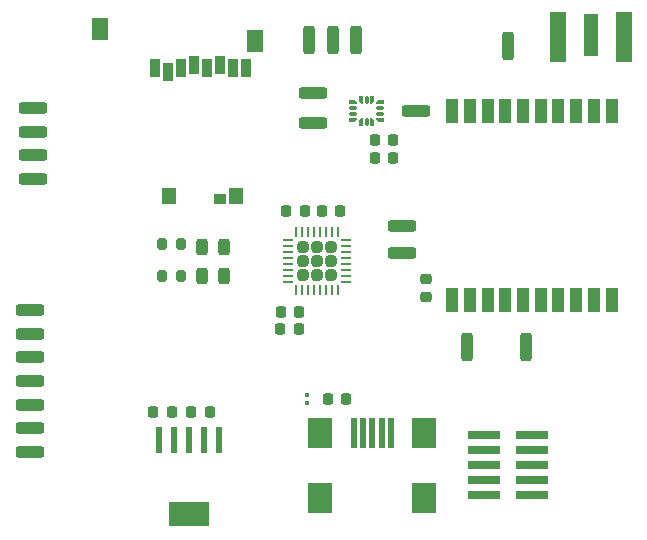
<source format=gbr>
%TF.GenerationSoftware,KiCad,Pcbnew,(6.0.1)*%
%TF.CreationDate,2022-05-25T14:38:50-05:00*%
%TF.ProjectId,aatr-sensor,61617472-2d73-4656-9e73-6f722e6b6963,1*%
%TF.SameCoordinates,Original*%
%TF.FileFunction,Paste,Top*%
%TF.FilePolarity,Positive*%
%FSLAX46Y46*%
G04 Gerber Fmt 4.6, Leading zero omitted, Abs format (unit mm)*
G04 Created by KiCad (PCBNEW (6.0.1)) date 2022-05-25 14:38:50*
%MOMM*%
%LPD*%
G01*
G04 APERTURE LIST*
G04 Aperture macros list*
%AMRoundRect*
0 Rectangle with rounded corners*
0 $1 Rounding radius*
0 $2 $3 $4 $5 $6 $7 $8 $9 X,Y pos of 4 corners*
0 Add a 4 corners polygon primitive as box body*
4,1,4,$2,$3,$4,$5,$6,$7,$8,$9,$2,$3,0*
0 Add four circle primitives for the rounded corners*
1,1,$1+$1,$2,$3*
1,1,$1+$1,$4,$5*
1,1,$1+$1,$6,$7*
1,1,$1+$1,$8,$9*
0 Add four rect primitives between the rounded corners*
20,1,$1+$1,$2,$3,$4,$5,0*
20,1,$1+$1,$4,$5,$6,$7,0*
20,1,$1+$1,$6,$7,$8,$9,0*
20,1,$1+$1,$8,$9,$2,$3,0*%
%AMFreePoly0*
4,1,48,0.036020,0.199191,0.037970,0.199714,0.040958,0.198321,0.057086,0.195477,0.069630,0.184951,0.084467,0.178033,0.290533,-0.028033,0.293203,-0.031847,0.294953,-0.032857,0.296081,-0.035957,0.305473,-0.049370,0.306900,-0.065680,0.312500,-0.081066,0.312500,-0.125000,0.310782,-0.134742,0.311361,-0.138024,0.309695,-0.140910,0.307977,-0.150652,0.295451,-0.165579,0.285709,-0.182453,
0.279350,-0.184767,0.275000,-0.189952,0.255809,-0.193336,0.237500,-0.200000,-0.237500,-0.200000,-0.247242,-0.198282,-0.250524,-0.198861,-0.253410,-0.197195,-0.263152,-0.195477,-0.278079,-0.182951,-0.294953,-0.173209,-0.297267,-0.166850,-0.302452,-0.162500,-0.305836,-0.143309,-0.312500,-0.125000,-0.312500,0.125000,-0.310782,0.134742,-0.311361,0.138024,-0.309695,0.140910,-0.307977,0.150652,
-0.295451,0.165579,-0.285709,0.182453,-0.279350,0.184767,-0.275000,0.189952,-0.255809,0.193336,-0.237500,0.200000,0.031434,0.200000,0.036020,0.199191,0.036020,0.199191,$1*%
%AMFreePoly1*
4,1,48,0.247242,0.198282,0.250524,0.198861,0.253410,0.197195,0.263152,0.195477,0.278079,0.182951,0.294953,0.173209,0.297267,0.166850,0.302452,0.162500,0.305836,0.143309,0.312500,0.125000,0.312500,0.081066,0.311691,0.076480,0.312214,0.074529,0.310820,0.071540,0.307977,0.055414,0.297452,0.042871,0.290533,0.028033,0.084467,-0.178033,0.080653,-0.180703,0.079643,-0.182453,
0.076543,-0.183581,0.063130,-0.192973,0.046819,-0.194400,0.031434,-0.200000,-0.237500,-0.200000,-0.247242,-0.198282,-0.250524,-0.198861,-0.253410,-0.197195,-0.263152,-0.195477,-0.278079,-0.182951,-0.294953,-0.173209,-0.297267,-0.166850,-0.302452,-0.162500,-0.305836,-0.143309,-0.312500,-0.125000,-0.312500,0.125000,-0.310782,0.134742,-0.311361,0.138024,-0.309695,0.140910,-0.307977,0.150652,
-0.295451,0.165579,-0.285709,0.182453,-0.279350,0.184767,-0.275000,0.189952,-0.255809,0.193336,-0.237500,0.200000,0.237500,0.200000,0.247242,0.198282,0.247242,0.198282,$1*%
%AMFreePoly2*
4,1,48,0.134742,0.310782,0.138024,0.311361,0.140910,0.309695,0.150652,0.307977,0.165579,0.295451,0.182453,0.285709,0.184767,0.279350,0.189952,0.275000,0.193336,0.255809,0.200000,0.237500,0.200000,-0.237500,0.198282,-0.247242,0.198861,-0.250524,0.197195,-0.253410,0.195477,-0.263152,0.182951,-0.278079,0.173209,-0.294953,0.166850,-0.297267,0.162500,-0.302452,0.143309,-0.305836,
0.125000,-0.312500,-0.125000,-0.312500,-0.134742,-0.310782,-0.138024,-0.311361,-0.140910,-0.309695,-0.150652,-0.307977,-0.165579,-0.295451,-0.182453,-0.285709,-0.184767,-0.279350,-0.189952,-0.275000,-0.193336,-0.255809,-0.200000,-0.237500,-0.200000,0.031434,-0.199191,0.036020,-0.199714,0.037970,-0.198321,0.040958,-0.195477,0.057086,-0.184951,0.069630,-0.178033,0.084467,0.028033,0.290533,
0.031847,0.293203,0.032857,0.294953,0.035957,0.296081,0.049370,0.305473,0.065680,0.306900,0.081066,0.312500,0.125000,0.312500,0.134742,0.310782,0.134742,0.310782,$1*%
%AMFreePoly3*
4,1,48,-0.076480,0.311691,-0.074530,0.312214,-0.071542,0.310821,-0.055414,0.307977,-0.042870,0.297451,-0.028033,0.290533,0.178033,0.084467,0.180703,0.080653,0.182453,0.079643,0.183581,0.076543,0.192973,0.063130,0.194400,0.046820,0.200000,0.031434,0.200000,-0.237500,0.198282,-0.247242,0.198861,-0.250524,0.197195,-0.253410,0.195477,-0.263152,0.182951,-0.278079,0.173209,-0.294953,
0.166850,-0.297267,0.162500,-0.302452,0.143309,-0.305836,0.125000,-0.312500,-0.125000,-0.312500,-0.134742,-0.310782,-0.138024,-0.311361,-0.140910,-0.309695,-0.150652,-0.307977,-0.165579,-0.295451,-0.182453,-0.285709,-0.184767,-0.279350,-0.189952,-0.275000,-0.193336,-0.255809,-0.200000,-0.237500,-0.200000,0.237500,-0.198282,0.247242,-0.198861,0.250524,-0.197195,0.253410,-0.195477,0.263152,
-0.182951,0.278079,-0.173209,0.294953,-0.166850,0.297267,-0.162500,0.302452,-0.143309,0.305836,-0.125000,0.312500,-0.081066,0.312500,-0.076480,0.311691,-0.076480,0.311691,$1*%
%AMFreePoly4*
4,1,48,0.247242,0.198282,0.250524,0.198861,0.253410,0.197195,0.263152,0.195477,0.278079,0.182951,0.294953,0.173209,0.297267,0.166850,0.302452,0.162500,0.305836,0.143309,0.312500,0.125000,0.312500,-0.125000,0.310782,-0.134742,0.311361,-0.138024,0.309695,-0.140910,0.307977,-0.150652,0.295451,-0.165579,0.285709,-0.182453,0.279350,-0.184767,0.275000,-0.189952,0.255809,-0.193336,
0.237500,-0.200000,-0.031434,-0.200000,-0.036020,-0.199191,-0.037971,-0.199714,-0.040960,-0.198320,-0.057086,-0.195477,-0.069629,-0.184952,-0.084467,-0.178033,-0.290533,0.028033,-0.293203,0.031847,-0.294953,0.032857,-0.296081,0.035957,-0.305473,0.049370,-0.306900,0.065681,-0.312500,0.081066,-0.312500,0.125000,-0.310782,0.134742,-0.311361,0.138024,-0.309695,0.140910,-0.307977,0.150652,
-0.295451,0.165579,-0.285709,0.182453,-0.279350,0.184767,-0.275000,0.189952,-0.255809,0.193336,-0.237500,0.200000,0.237500,0.200000,0.247242,0.198282,0.247242,0.198282,$1*%
%AMFreePoly5*
4,1,48,0.247242,0.198282,0.250524,0.198861,0.253410,0.197195,0.263152,0.195477,0.278079,0.182951,0.294953,0.173209,0.297267,0.166850,0.302452,0.162500,0.305836,0.143309,0.312500,0.125000,0.312500,-0.125000,0.310782,-0.134742,0.311361,-0.138024,0.309695,-0.140910,0.307977,-0.150652,0.295451,-0.165579,0.285709,-0.182453,0.279350,-0.184767,0.275000,-0.189952,0.255809,-0.193336,
0.237500,-0.200000,-0.237500,-0.200000,-0.247242,-0.198282,-0.250524,-0.198861,-0.253410,-0.197195,-0.263152,-0.195477,-0.278079,-0.182951,-0.294953,-0.173209,-0.297267,-0.166850,-0.302452,-0.162500,-0.305836,-0.143309,-0.312500,-0.125000,-0.312500,-0.081066,-0.311691,-0.076480,-0.312214,-0.074530,-0.310821,-0.071542,-0.307977,-0.055414,-0.297451,-0.042870,-0.290533,-0.028033,-0.084467,0.178033,
-0.080653,0.180703,-0.079643,0.182453,-0.076543,0.183581,-0.063130,0.192973,-0.046820,0.194400,-0.031434,0.200000,0.237500,0.200000,0.247242,0.198282,0.247242,0.198282,$1*%
%AMFreePoly6*
4,1,48,0.134742,0.310782,0.138024,0.311361,0.140910,0.309695,0.150652,0.307977,0.165579,0.295451,0.182453,0.285709,0.184767,0.279350,0.189952,0.275000,0.193336,0.255809,0.200000,0.237500,0.200000,-0.031434,0.199191,-0.036020,0.199714,-0.037971,0.198320,-0.040960,0.195477,-0.057086,0.184952,-0.069629,0.178033,-0.084467,-0.028033,-0.290533,-0.031847,-0.293203,-0.032857,-0.294953,
-0.035957,-0.296081,-0.049370,-0.305473,-0.065681,-0.306900,-0.081066,-0.312500,-0.125000,-0.312500,-0.134742,-0.310782,-0.138024,-0.311361,-0.140910,-0.309695,-0.150652,-0.307977,-0.165579,-0.295451,-0.182453,-0.285709,-0.184767,-0.279350,-0.189952,-0.275000,-0.193336,-0.255809,-0.200000,-0.237500,-0.200000,0.237500,-0.198282,0.247242,-0.198861,0.250524,-0.197195,0.253410,-0.195477,0.263152,
-0.182951,0.278079,-0.173209,0.294953,-0.166850,0.297267,-0.162500,0.302452,-0.143309,0.305836,-0.125000,0.312500,0.125000,0.312500,0.134742,0.310782,0.134742,0.310782,$1*%
%AMFreePoly7*
4,1,48,0.134742,0.310782,0.138024,0.311361,0.140910,0.309695,0.150652,0.307977,0.165579,0.295451,0.182453,0.285709,0.184767,0.279350,0.189952,0.275000,0.193336,0.255809,0.200000,0.237500,0.200000,-0.237500,0.198282,-0.247242,0.198861,-0.250524,0.197195,-0.253410,0.195477,-0.263152,0.182951,-0.278079,0.173209,-0.294953,0.166850,-0.297267,0.162500,-0.302452,0.143309,-0.305836,
0.125000,-0.312500,0.081066,-0.312500,0.076480,-0.311691,0.074529,-0.312214,0.071540,-0.310820,0.055414,-0.307977,0.042871,-0.297452,0.028033,-0.290533,-0.178033,-0.084467,-0.180703,-0.080653,-0.182453,-0.079643,-0.183581,-0.076543,-0.192973,-0.063130,-0.194400,-0.046819,-0.200000,-0.031434,-0.200000,0.237500,-0.198282,0.247242,-0.198861,0.250524,-0.197195,0.253410,-0.195477,0.263152,
-0.182951,0.278079,-0.173209,0.294953,-0.166850,0.297267,-0.162500,0.302452,-0.143309,0.305836,-0.125000,0.312500,0.125000,0.312500,0.134742,0.310782,0.134742,0.310782,$1*%
G04 Aperture macros list end*
%ADD10R,0.600000X2.200000*%
%ADD11R,3.450000X2.150000*%
%ADD12R,0.500000X2.500000*%
%ADD13R,2.000000X2.500000*%
%ADD14R,1.270000X3.600000*%
%ADD15R,1.350000X4.200000*%
%ADD16RoundRect,0.237500X-0.987500X-0.237500X0.987500X-0.237500X0.987500X0.237500X-0.987500X0.237500X0*%
%ADD17RoundRect,0.237500X-0.237500X0.987500X-0.237500X-0.987500X0.237500X-0.987500X0.237500X0.987500X0*%
%ADD18RoundRect,0.225000X-0.225000X-0.250000X0.225000X-0.250000X0.225000X0.250000X-0.225000X0.250000X0*%
%ADD19RoundRect,0.200000X0.200000X0.275000X-0.200000X0.275000X-0.200000X-0.275000X0.200000X-0.275000X0*%
%ADD20RoundRect,0.218750X0.218750X0.256250X-0.218750X0.256250X-0.218750X-0.256250X0.218750X-0.256250X0*%
%ADD21RoundRect,0.225000X-0.250000X0.225000X-0.250000X-0.225000X0.250000X-0.225000X0.250000X0.225000X0*%
%ADD22FreePoly0,0.000000*%
%ADD23RoundRect,0.100000X-0.212500X-0.100000X0.212500X-0.100000X0.212500X0.100000X-0.212500X0.100000X0*%
%ADD24FreePoly1,0.000000*%
%ADD25FreePoly2,0.000000*%
%ADD26RoundRect,0.100000X-0.100000X-0.212500X0.100000X-0.212500X0.100000X0.212500X-0.100000X0.212500X0*%
%ADD27FreePoly3,0.000000*%
%ADD28FreePoly4,0.000000*%
%ADD29FreePoly5,0.000000*%
%ADD30FreePoly6,0.000000*%
%ADD31FreePoly7,0.000000*%
%ADD32R,1.000000X2.000000*%
%ADD33RoundRect,0.237500X0.237500X-0.987500X0.237500X0.987500X-0.237500X0.987500X-0.237500X-0.987500X0*%
%ADD34RoundRect,0.237500X0.987500X0.237500X-0.987500X0.237500X-0.987500X-0.237500X0.987500X-0.237500X0*%
%ADD35RoundRect,0.200000X-0.200000X-0.275000X0.200000X-0.275000X0.200000X0.275000X-0.200000X0.275000X0*%
%ADD36R,2.770000X0.650000*%
%ADD37RoundRect,0.243750X-0.243750X-0.456250X0.243750X-0.456250X0.243750X0.456250X-0.243750X0.456250X0*%
%ADD38RoundRect,0.242500X-0.242500X-0.242500X0.242500X-0.242500X0.242500X0.242500X-0.242500X0.242500X0*%
%ADD39RoundRect,0.062500X-0.337500X-0.062500X0.337500X-0.062500X0.337500X0.062500X-0.337500X0.062500X0*%
%ADD40RoundRect,0.062500X-0.062500X-0.337500X0.062500X-0.337500X0.062500X0.337500X-0.062500X0.337500X0*%
%ADD41RoundRect,0.079500X0.100500X-0.079500X0.100500X0.079500X-0.100500X0.079500X-0.100500X-0.079500X0*%
%ADD42R,0.812800X1.498600*%
%ADD43R,0.990600X0.939800*%
%ADD44R,1.397000X1.905000*%
%ADD45R,1.295400X1.397000*%
G04 APERTURE END LIST*
D10*
%TO.C,U5*%
X115415000Y-108612500D03*
X114145000Y-108612500D03*
X112875000Y-108612500D03*
X111605000Y-108612500D03*
X110335000Y-108612500D03*
D11*
X112875000Y-114912500D03*
%TD*%
D12*
%TO.C,J4*%
X126775000Y-107987500D03*
X127575000Y-107987500D03*
X128375000Y-107987500D03*
X129175000Y-107987500D03*
X129975000Y-107987500D03*
D13*
X132775000Y-113487500D03*
X132775000Y-107987500D03*
X123975000Y-107987500D03*
X123975000Y-113487500D03*
%TD*%
D14*
%TO.C,J6*%
X146875000Y-74300000D03*
D15*
X144050000Y-74500000D03*
X149700000Y-74500000D03*
%TD*%
D16*
%TO.C,TP21*%
X99375000Y-103625000D03*
%TD*%
D17*
%TO.C,TP4*%
X139875000Y-75250000D03*
%TD*%
D18*
%TO.C,C3*%
X124100000Y-89250000D03*
X125650000Y-89250000D03*
%TD*%
D16*
%TO.C,TP20*%
X130875000Y-90500000D03*
%TD*%
D18*
%TO.C,C5*%
X128600000Y-84750000D03*
X130150000Y-84750000D03*
%TD*%
D16*
%TO.C,TP8*%
X99375000Y-99625000D03*
%TD*%
D19*
%TO.C,R1*%
X112200000Y-94750000D03*
X110550000Y-94750000D03*
%TD*%
D16*
%TO.C,TP16*%
X99625000Y-84500000D03*
%TD*%
%TO.C,TP7*%
X99375000Y-101625000D03*
%TD*%
%TO.C,TP19*%
X130875000Y-92750000D03*
%TD*%
D20*
%TO.C,FB2*%
X126162500Y-105112500D03*
X124587500Y-105112500D03*
%TD*%
D21*
%TO.C,C6*%
X132875000Y-94975000D03*
X132875000Y-96525000D03*
%TD*%
D22*
%TO.C,U2*%
X126712500Y-80000000D03*
D23*
X126712500Y-80500000D03*
X126712500Y-81000000D03*
D24*
X126712500Y-81500000D03*
D25*
X127375000Y-81662500D03*
D26*
X127875000Y-81662500D03*
D27*
X128375000Y-81662500D03*
D28*
X129037500Y-81500000D03*
D23*
X129037500Y-81000000D03*
X129037500Y-80500000D03*
D29*
X129037500Y-80000000D03*
D30*
X128375000Y-79837500D03*
D26*
X127875000Y-79837500D03*
D31*
X127375000Y-79837500D03*
%TD*%
D32*
%TO.C,U4*%
X135125000Y-96750000D03*
X136625000Y-96750000D03*
X138125000Y-96750000D03*
X139625000Y-96750000D03*
X141125000Y-96750000D03*
X142625000Y-96750000D03*
X144125000Y-96750000D03*
X145625000Y-96750000D03*
X147125000Y-96750000D03*
X148625000Y-96750000D03*
X148625000Y-80750000D03*
X147125000Y-80750000D03*
X145625000Y-80750000D03*
X144125000Y-80750000D03*
X142625000Y-80750000D03*
X141125000Y-80750000D03*
X139625000Y-80750000D03*
X138125000Y-80750000D03*
X136625000Y-80750000D03*
X135125000Y-80750000D03*
%TD*%
D33*
%TO.C,TP12*%
X125000000Y-74750000D03*
%TD*%
D16*
%TO.C,TP5*%
X99375000Y-107625000D03*
%TD*%
D34*
%TO.C,TP9*%
X123375000Y-79250000D03*
%TD*%
D35*
%TO.C,R2*%
X110550000Y-92025000D03*
X112200000Y-92025000D03*
%TD*%
D36*
%TO.C,J1*%
X141890000Y-113290000D03*
X137860000Y-113290000D03*
X141890000Y-112020000D03*
X137860000Y-112020000D03*
X141890000Y-110750000D03*
X137860000Y-110750000D03*
X141890000Y-109480000D03*
X137860000Y-109480000D03*
X141890000Y-108210000D03*
X137860000Y-108210000D03*
%TD*%
D16*
%TO.C,TP1*%
X123375000Y-81750000D03*
%TD*%
D33*
%TO.C,TP13*%
X141375000Y-100750000D03*
%TD*%
D18*
%TO.C,C4*%
X128600000Y-83250000D03*
X130150000Y-83250000D03*
%TD*%
D16*
%TO.C,TP22*%
X99375000Y-105625000D03*
%TD*%
%TO.C,TP6*%
X99375000Y-97625000D03*
%TD*%
D18*
%TO.C,C8*%
X109825000Y-106250000D03*
X111375000Y-106250000D03*
%TD*%
D37*
%TO.C,D2*%
X113937500Y-92250000D03*
X115812500Y-92250000D03*
%TD*%
D16*
%TO.C,TP17*%
X99625000Y-80500000D03*
%TD*%
D18*
%TO.C,C7*%
X113050000Y-106250000D03*
X114600000Y-106250000D03*
%TD*%
%TO.C,C1*%
X120600000Y-97750000D03*
X122150000Y-97750000D03*
%TD*%
D38*
%TO.C,U1*%
X122475000Y-93450000D03*
X124875000Y-92250000D03*
X123675000Y-93450000D03*
X123675000Y-92250000D03*
X122475000Y-92250000D03*
X124875000Y-93450000D03*
X124875000Y-94650000D03*
X122475000Y-94650000D03*
X123675000Y-94650000D03*
D39*
X121225000Y-91700000D03*
X121225000Y-92200000D03*
X121225000Y-92700000D03*
X121225000Y-93200000D03*
X121225000Y-93700000D03*
X121225000Y-94200000D03*
X121225000Y-94700000D03*
X121225000Y-95200000D03*
D40*
X121925000Y-95900000D03*
X122425000Y-95900000D03*
X122925000Y-95900000D03*
X123425000Y-95900000D03*
X123925000Y-95900000D03*
X124425000Y-95900000D03*
X124925000Y-95900000D03*
X125425000Y-95900000D03*
D39*
X126125000Y-95200000D03*
X126125000Y-94700000D03*
X126125000Y-94200000D03*
X126125000Y-93700000D03*
X126125000Y-93200000D03*
X126125000Y-92700000D03*
X126125000Y-92200000D03*
X126125000Y-91700000D03*
D40*
X125425000Y-91000000D03*
X124925000Y-91000000D03*
X124425000Y-91000000D03*
X123925000Y-91000000D03*
X123425000Y-91000000D03*
X122925000Y-91000000D03*
X122425000Y-91000000D03*
X121925000Y-91000000D03*
%TD*%
D41*
%TO.C,D3*%
X122875000Y-104767500D03*
X122875000Y-105457500D03*
%TD*%
D16*
%TO.C,TP14*%
X99375000Y-109625000D03*
%TD*%
D17*
%TO.C,TP10*%
X127000000Y-74750000D03*
%TD*%
D16*
%TO.C,TP2*%
X132085000Y-80750000D03*
%TD*%
%TO.C,TP18*%
X99625000Y-86500000D03*
%TD*%
%TO.C,TP15*%
X99625000Y-82500000D03*
%TD*%
D33*
%TO.C,TP3*%
X136375000Y-100750000D03*
%TD*%
D37*
%TO.C,D1*%
X113937500Y-94750000D03*
X115812500Y-94750000D03*
%TD*%
D33*
%TO.C,TP11*%
X123000000Y-74750000D03*
%TD*%
D18*
%TO.C,C2*%
X121100000Y-89250000D03*
X122650000Y-89250000D03*
%TD*%
D42*
%TO.C,J2*%
X109934999Y-77084600D03*
X111034999Y-77484599D03*
X112134999Y-77084600D03*
X113235000Y-76884600D03*
X114335000Y-77084600D03*
X115435000Y-76884600D03*
X116534884Y-77084600D03*
X117634884Y-77084600D03*
D43*
X115435064Y-88169599D03*
D44*
X118424999Y-74794599D03*
D45*
X111125000Y-87944600D03*
X116825000Y-87944600D03*
D44*
X105275001Y-73794598D03*
%TD*%
D20*
%TO.C,FB1*%
X122162500Y-99250000D03*
X120587500Y-99250000D03*
%TD*%
M02*

</source>
